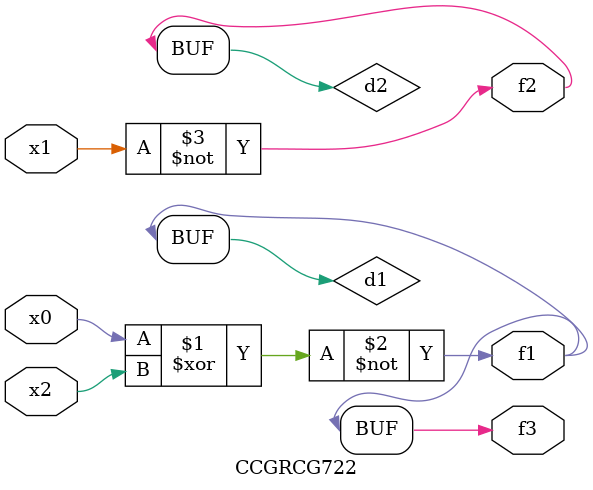
<source format=v>
module CCGRCG722(
	input x0, x1, x2,
	output f1, f2, f3
);

	wire d1, d2, d3;

	xnor (d1, x0, x2);
	nand (d2, x1);
	nor (d3, x1, x2);
	assign f1 = d1;
	assign f2 = d2;
	assign f3 = d1;
endmodule

</source>
